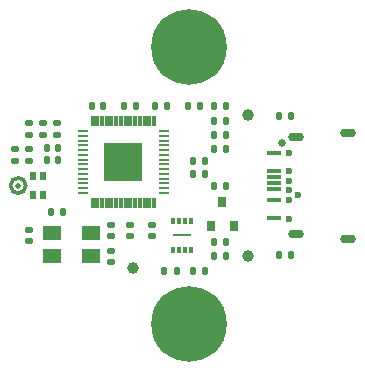
<source format=gbs>
G04 #@! TF.GenerationSoftware,KiCad,Pcbnew,7.0.10*
G04 #@! TF.CreationDate,2024-01-15T15:50:16+01:00*
G04 #@! TF.ProjectId,mico,6d69636f-2e6b-4696-9361-645f70636258,rev?*
G04 #@! TF.SameCoordinates,Original*
G04 #@! TF.FileFunction,Soldermask,Bot*
G04 #@! TF.FilePolarity,Negative*
%FSLAX46Y46*%
G04 Gerber Fmt 4.6, Leading zero omitted, Abs format (unit mm)*
G04 Created by KiCad (PCBNEW 7.0.10) date 2024-01-15 15:50:16*
%MOMM*%
%LPD*%
G01*
G04 APERTURE LIST*
G04 Aperture macros list*
%AMRoundRect*
0 Rectangle with rounded corners*
0 $1 Rounding radius*
0 $2 $3 $4 $5 $6 $7 $8 $9 X,Y pos of 4 corners*
0 Add a 4 corners polygon primitive as box body*
4,1,4,$2,$3,$4,$5,$6,$7,$8,$9,$2,$3,0*
0 Add four circle primitives for the rounded corners*
1,1,$1+$1,$2,$3*
1,1,$1+$1,$4,$5*
1,1,$1+$1,$6,$7*
1,1,$1+$1,$8,$9*
0 Add four rect primitives between the rounded corners*
20,1,$1+$1,$2,$3,$4,$5,0*
20,1,$1+$1,$4,$5,$6,$7,0*
20,1,$1+$1,$6,$7,$8,$9,0*
20,1,$1+$1,$8,$9,$2,$3,0*%
G04 Aperture macros list end*
%ADD10C,0.300000*%
%ADD11C,6.400000*%
%ADD12C,0.650000*%
%ADD13C,0.600000*%
%ADD14O,1.350000X0.750000*%
%ADD15R,1.200000X0.300000*%
%ADD16RoundRect,0.135000X0.135000X0.185000X-0.135000X0.185000X-0.135000X-0.185000X0.135000X-0.185000X0*%
%ADD17RoundRect,0.135000X-0.135000X-0.185000X0.135000X-0.185000X0.135000X0.185000X-0.135000X0.185000X0*%
%ADD18R,3.200000X3.200000*%
%ADD19RoundRect,0.006000X0.094000X-0.414000X0.094000X0.414000X-0.094000X0.414000X-0.094000X-0.414000X0*%
%ADD20RoundRect,0.020000X0.400000X-0.080000X0.400000X0.080000X-0.400000X0.080000X-0.400000X-0.080000X0*%
%ADD21C,0.500000*%
%ADD22R,0.522000X0.725000*%
%ADD23R,1.600000X0.200000*%
%ADD24R,0.300000X0.500000*%
%ADD25R,0.800000X0.900000*%
%ADD26RoundRect,0.140000X-0.140000X-0.170000X0.140000X-0.170000X0.140000X0.170000X-0.140000X0.170000X0*%
%ADD27RoundRect,0.140000X-0.170000X0.140000X-0.170000X-0.140000X0.170000X-0.140000X0.170000X0.140000X0*%
%ADD28RoundRect,0.135000X0.185000X-0.135000X0.185000X0.135000X-0.185000X0.135000X-0.185000X-0.135000X0*%
%ADD29RoundRect,0.140000X0.140000X0.170000X-0.140000X0.170000X-0.140000X-0.170000X0.140000X-0.170000X0*%
%ADD30RoundRect,0.140000X0.170000X-0.140000X0.170000X0.140000X-0.170000X0.140000X-0.170000X-0.140000X0*%
%ADD31R,1.600000X1.300000*%
%ADD32RoundRect,0.147500X0.147500X0.172500X-0.147500X0.172500X-0.147500X-0.172500X0.147500X-0.172500X0*%
%ADD33RoundRect,0.135000X-0.185000X0.135000X-0.185000X-0.135000X0.185000X-0.135000X0.185000X0.135000X0*%
%ADD34C,1.000000*%
G04 APERTURE END LIST*
D10*
X122150000Y-112000000D02*
G75*
G03*
X120850000Y-112000000I-650000J0D01*
G01*
X120850000Y-112000000D02*
G75*
G03*
X122150000Y-112000000I650000J0D01*
G01*
D11*
X136000000Y-123750000D03*
X136000000Y-100250000D03*
D12*
X143810000Y-108400000D03*
D13*
X144460000Y-109200000D03*
X144460000Y-110800000D03*
X144460000Y-111600000D03*
X144460000Y-112400000D03*
X144460000Y-113200000D03*
X145170000Y-112800000D03*
X144460000Y-114800000D03*
D14*
X145060000Y-107870000D03*
X149450000Y-107510000D03*
X149450000Y-116490000D03*
X145060000Y-116130000D03*
D15*
X143150000Y-109250000D03*
X143150000Y-110750000D03*
X143150000Y-111250000D03*
X143150000Y-111750000D03*
X143150000Y-112250000D03*
X143150000Y-113250000D03*
X143150000Y-114750000D03*
D16*
X144610000Y-117900000D03*
X143590000Y-117900000D03*
D17*
X144610000Y-106100000D03*
X143590000Y-106100000D03*
D18*
X130400000Y-110000000D03*
D19*
X133000000Y-106565000D03*
X132600000Y-106565000D03*
X132200000Y-106565000D03*
X131800000Y-106565000D03*
X131400000Y-106565000D03*
X131000000Y-106565000D03*
X130600000Y-106565000D03*
X130200000Y-106565000D03*
X129800000Y-106565000D03*
X129400000Y-106565000D03*
X129000000Y-106565000D03*
X128600000Y-106565000D03*
X128200000Y-106565000D03*
X127800000Y-106565000D03*
X127800000Y-113435000D03*
X128200000Y-113435000D03*
X128600000Y-113435000D03*
X129000000Y-113435000D03*
X129400000Y-113435000D03*
X129800000Y-113435000D03*
X130200000Y-113435000D03*
X130600000Y-113435000D03*
X131000000Y-113435000D03*
X131400000Y-113435000D03*
X131800000Y-113435000D03*
X132200000Y-113435000D03*
X132600000Y-113435000D03*
X133000000Y-113435000D03*
D20*
X133835000Y-112600000D03*
X133835000Y-112200000D03*
X133835000Y-111800000D03*
X133835000Y-111400000D03*
X133835000Y-111000000D03*
X133835000Y-110600000D03*
X133835000Y-110200000D03*
X133835000Y-109800000D03*
X133835000Y-109400000D03*
X133835000Y-109000000D03*
X133835000Y-108600000D03*
X133835000Y-108200000D03*
X133835000Y-107800000D03*
X133835000Y-107400000D03*
X126965000Y-107400000D03*
X126965000Y-107800000D03*
X126965000Y-108200000D03*
X126965000Y-108600000D03*
X126965000Y-109000000D03*
X126965000Y-109400000D03*
X126965000Y-109800000D03*
X126965000Y-110200000D03*
X126965000Y-110600000D03*
X126965000Y-111000000D03*
X126965000Y-111400000D03*
X126965000Y-111800000D03*
X126965000Y-112200000D03*
X126965000Y-112600000D03*
D21*
X121500000Y-112000000D03*
D22*
X122752000Y-111162500D03*
X123574000Y-111162500D03*
X122752000Y-112837500D03*
X123574000Y-112837500D03*
D23*
X135400000Y-116200000D03*
D24*
X136150000Y-114980000D03*
X135650000Y-114980000D03*
X135150000Y-114980000D03*
X134650000Y-114980000D03*
X134650000Y-117420000D03*
X135150000Y-117420000D03*
X135650000Y-117420000D03*
X136150000Y-117420000D03*
D25*
X138800000Y-113400000D03*
X137850000Y-115400000D03*
X139750000Y-115400000D03*
D26*
X139080000Y-118000000D03*
X138120000Y-118000000D03*
D27*
X129400000Y-117520000D03*
X129400000Y-118480000D03*
D16*
X131510000Y-105250000D03*
X130490000Y-105250000D03*
D28*
X122400000Y-108890000D03*
X122400000Y-109910000D03*
D29*
X124880000Y-109800000D03*
X123920000Y-109800000D03*
D27*
X129400000Y-116280000D03*
X129400000Y-115320000D03*
D16*
X137310000Y-119200000D03*
X136290000Y-119200000D03*
D26*
X138120000Y-106500000D03*
X139080000Y-106500000D03*
D27*
X132800000Y-115320000D03*
X132800000Y-116280000D03*
D29*
X124880000Y-108800000D03*
X123920000Y-108800000D03*
D17*
X138090000Y-108900000D03*
X139110000Y-108900000D03*
D16*
X125310000Y-114200000D03*
X124290000Y-114200000D03*
D29*
X127720000Y-105250000D03*
X128680000Y-105250000D03*
X139080000Y-112000000D03*
X138120000Y-112000000D03*
D30*
X124800000Y-107680000D03*
X124800000Y-106720000D03*
D26*
X135920000Y-105250000D03*
X136880000Y-105250000D03*
X138120000Y-105250000D03*
X139080000Y-105250000D03*
D31*
X124350000Y-118000000D03*
X127650000Y-118000000D03*
X127650000Y-116000000D03*
X124350000Y-116000000D03*
D27*
X122400000Y-107680000D03*
X122400000Y-106720000D03*
X123600000Y-107680000D03*
X123600000Y-106720000D03*
D26*
X137280000Y-111000000D03*
X136320000Y-111000000D03*
D27*
X131000000Y-116280000D03*
X131000000Y-115320000D03*
D26*
X137280000Y-109900000D03*
X136320000Y-109900000D03*
D16*
X133890000Y-119200000D03*
X134910000Y-119200000D03*
D32*
X133115000Y-105250000D03*
X134085000Y-105250000D03*
D17*
X139110000Y-107700000D03*
X138090000Y-107700000D03*
D33*
X121200000Y-108890000D03*
X121200000Y-109910000D03*
D26*
X139080000Y-116800000D03*
X138120000Y-116800000D03*
D30*
X122400000Y-115720000D03*
X122400000Y-116680000D03*
D34*
X141000000Y-118000000D03*
X141000000Y-106000000D03*
X131200000Y-119000000D03*
M02*

</source>
